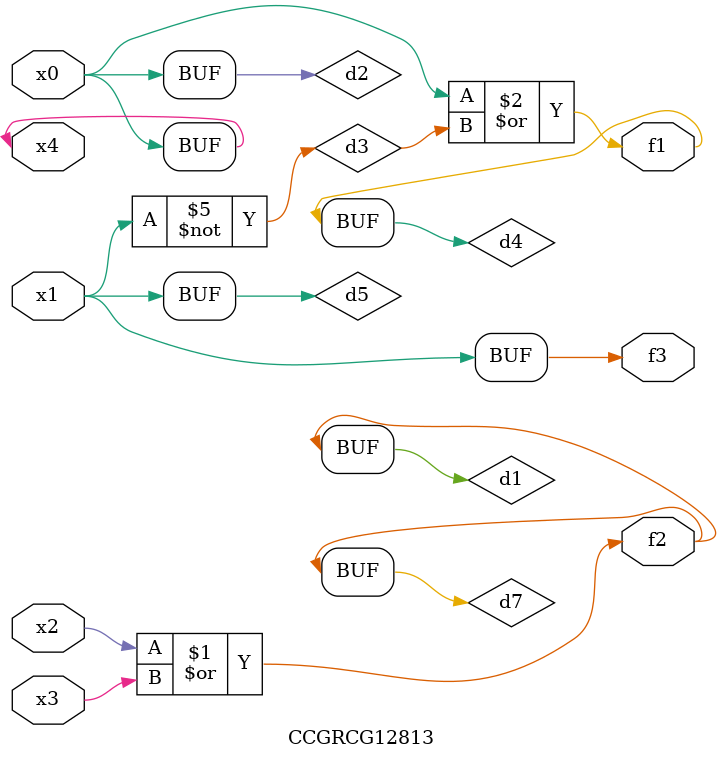
<source format=v>
module CCGRCG12813(
	input x0, x1, x2, x3, x4,
	output f1, f2, f3
);

	wire d1, d2, d3, d4, d5, d6, d7;

	or (d1, x2, x3);
	buf (d2, x0, x4);
	not (d3, x1);
	or (d4, d2, d3);
	not (d5, d3);
	nand (d6, d1, d3);
	or (d7, d1);
	assign f1 = d4;
	assign f2 = d7;
	assign f3 = d5;
endmodule

</source>
